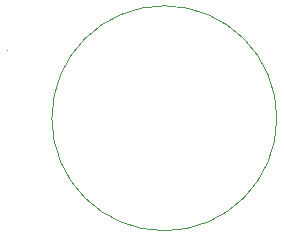
<source format=gbr>
%TF.GenerationSoftware,KiCad,Pcbnew,(6.0.0)*%
%TF.CreationDate,2022-07-24T21:51:42-05:00*%
%TF.ProjectId,5PinSHto5PinSh,3550696e-5348-4746-9f35-50696e53682e,rev?*%
%TF.SameCoordinates,Original*%
%TF.FileFunction,Profile,NP*%
%FSLAX46Y46*%
G04 Gerber Fmt 4.6, Leading zero omitted, Abs format (unit mm)*
G04 Created by KiCad (PCBNEW (6.0.0)) date 2022-07-24 21:51:42*
%MOMM*%
%LPD*%
G01*
G04 APERTURE LIST*
%TA.AperFunction,Profile*%
%ADD10C,0.100000*%
%TD*%
G04 APERTURE END LIST*
D10*
X154424017Y-108780000D02*
G75*
G03*
X154424017Y-108780000I-9524017J0D01*
G01*
X131610001Y-103040000D02*
G75*
G03*
X131610001Y-103040000I-1J0D01*
G01*
M02*

</source>
